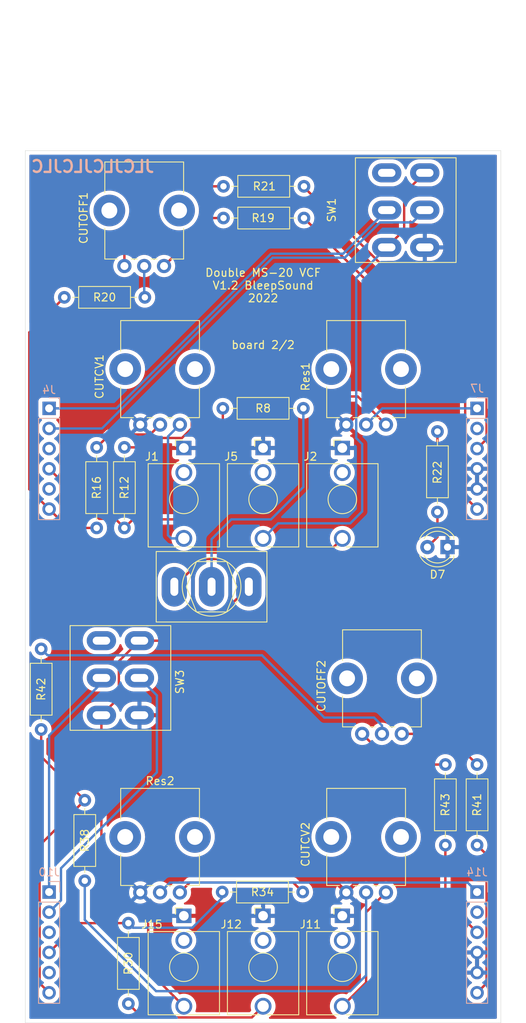
<source format=kicad_pcb>
(kicad_pcb (version 20211014) (generator pcbnew)
  (layers (0 "F.Cu" signal) (31 "B.Cu" signal) (34 "B.Paste" user) (35 "F.Paste" user) (36 "B.SilkS" user "B.Silkscreen") (37 "F.SilkS" user "F.Silkscreen") (38 "B.Mask" user) (39 "F.Mask" user) (44 "Edge.Cuts" user))
  (net 0 "")
  (net 1 "GND")
  (net 2 "+12V")
  (net 3 "-12V")
  (net 4 "/HPass")
  (net 5 "/Out1")
  (net 6 "/Filtre2/HPass")
  (net 7 "/Filtre2/Out1")
  (net 8 "Net-(CUTCV1-Pad2)")
  (net 9 "/CVIn")
  (net 10 "Net-(CUTCV2-Pad2)")
  (net 11 "/Filtre2/CVIn")
  (net 12 "Net-(CUTOFF1-Pad1)")
  (net 13 "Net-(R20-Pad2)")
  (net 14 "Net-(R21-Pad2)")
  (net 15 "Net-(CUTOFF2-Pad1)")
  (net 16 "Net-(CUTOFF2-Pad2)")
  (net 17 "Net-(CUTOFF2-Pad3)")
  (net 18 "/LPass")
  (net 19 "/FilterOut")
  (net 20 "/Cutoff")
  (net 21 "/ResOut")
  (net 22 "/FilterIn")
  (net 23 "/JackOut")
  (net 24 "/Filtre2/LPass")
  (net 25 "/Filtre2/FilterOut")
  (net 26 "/Filtre2/Cutoff")
  (net 27 "/Filtre2/ResOut")
  (net 28 "Filter2In")
  (net 29 "Net-(D7-Pad2)")
  (net 44 "Net-(R12-Pad1)")
  (net 45 "Net-(R34-Pad1)")
  (footprint "Synth:Pot-bourns-alpha" (layer "F.Cu") (at 114.5 71.05 90)
    (fp_text reference "CUTCV1" (at 6.05 -10.15 90) (layer "F.SilkS"))
    (fp_text value "100k")
    (fp_line (start 0.88 -4.129) (end 0.88 -3.37) (layer "F.SilkS") (width 0.12))
    (fp_line (start 0.88 0.87) (end 0.88 2.47) (layer "F.SilkS") (width 0.12))
    (fp_line (start 0.88 -1.629) (end 0.88 -0.87) (layer "F.SilkS") (width 0.12))
    (fp_line (start 13.12 -7.47) (end 13.12 2.47) (layer "F.SilkS") (width 0.12))
    (fp_line (start 9.255 -7.47) (end 13.12 -7.47) (layer "F.SilkS") (width 0.12))
    (fp_line (start 0.88 -7.47) (end 0.88 -5.871) (layer "F.SilkS") (width 0.12))
    (fp_line (start 9.255 2.47) (end 13.12 2.47) (layer "F.SilkS") (width 0.12))
    (fp_line (start 0.88 -7.47) (end 4.745 -7.47) (layer "F.SilkS") (width 0.12))
    (fp_line (start 0.88 2.47) (end 4.745 2.47) (layer "F.SilkS") (width 0.12))
    (pad "" np_thru_hole circle (at 7 1.9 90) (size 4 4) (drill 2) (layers *.Cu *.Mask))
    (pad "" np_thru_hole circle (at 7 -6.9 90) (size 4 4) (drill 2) (layers *.Cu *.Mask))
    (pad "1" thru_hole circle (at 0 0 90) (size 1.8 1.8) (drill 1) (layers *.Cu *.Mask) (net 9 "/CVIn"))
    (pad "2" thru_hole circle (at 0 -2.5 90) (size 1.8 1.8) (drill 1) (layers *.Cu *.Mask) (net 8 "Net-(CUTCV1-Pad2)"))
    (pad "3" thru_hole circle (at 0 -5 90) (size 1.8 1.8) (drill 1) (layers *.Cu *.Mask) (net 1 "GND"))
  )
  (footprint "Synth:Pot-bourns-alpha" (layer "F.Cu") (at 112.5 51.05 90)
    (fp_text reference "CUTOFF1" (at 6.05 -10.15 90) (layer "F.SilkS"))
    (fp_text value "100k")
    (fp_line (start 0.88 0.87) (end 0.88 2.47) (layer "F.SilkS") (width 0.12))
    (fp_line (start 0.88 -4.129) (end 0.88 -3.37) (layer "F.SilkS") (width 0.12))
    (fp_line (start 0.88 -1.629) (end 0.88 -0.87) (layer "F.SilkS") (width 0.12))
    (fp_line (start 0.88 -7.47) (end 4.745 -7.47) (layer "F.SilkS") (width 0.12))
    (fp_line (start 9.255 -7.47) (end 13.12 -7.47) (layer "F.SilkS") (width 0.12))
    (fp_line (start 0.88 -7.47) (end 0.88 -5.871) (layer "F.SilkS") (width 0.12))
    (fp_line (start 9.255 2.47) (end 13.12 2.47) (layer "F.SilkS") (width 0.12))
    (fp_line (start 13.12 -7.47) (end 13.12 2.47) (layer "F.SilkS") (width 0.12))
    (fp_line (start 0.88 2.47) (end 4.745 2.47) (layer "F.SilkS") (width 0.12))
    (pad "" np_thru_hole circle (at 7 1.9 90) (size 4 4) (drill 2) (layers *.Cu *.Mask))
    (pad "" np_thru_hole circle (at 7 -6.9 90) (size 4 4) (drill 2) (layers *.Cu *.Mask))
    (pad "1" thru_hole circle (at 0 0 90) (size 1.8 1.8) (drill 1) (layers *.Cu *.Mask) (net 12 "Net-(CUTOFF1-Pad1)"))
    (pad "2" thru_hole circle (at 0 -2.5 90) (size 1.8 1.8) (drill 1) (layers *.Cu *.Mask) (net 13 "Net-(R20-Pad2)"))
    (pad "3" thru_hole circle (at 0 -5 90) (size 1.8 1.8) (drill 1) (layers *.Cu *.Mask) (net 14 "Net-(R21-Pad2)"))
  )
  (footprint "LED_THT:LED_D4.0mm" (layer "F.Cu") (at 148.275 86.5 180)
    (fp_text reference "D7" (at 1.27 -3.46) (layer "F.SilkS"))
    (fp_text value "LED-12V")
    (fp_line (start -0.79 1.08) (end -0.79 1.399) (layer "F.SilkS") (width 0.12))
    (fp_line (start -0.79 -1.399) (end -0.79 -1.08) (layer "F.SilkS") (width 0.12))
    (fp_arc (start -0.79 -1.398749) (mid 1.453519 -2.483228) (end 3.513242 -1.080724) (layer "F.SilkS") (width 0.12))
    (fp_arc (start 2.952713 1.080961) (mid 1.269429 2) (end -0.41333 1.08) (layer "F.SilkS") (width 0.12))
    (fp_arc (start 3.513242 1.080724) (mid 1.453519 2.483228) (end -0.79 1.398749) (layer "F.SilkS") (width 0.12))
    (fp_arc (start -0.41333 -1.08) (mid 1.269429 -2) (end 2.952713 -1.080961) (layer "F.SilkS") (width 0.12))
    (pad "1" thru_hole rect (at 0 0 180) (size 1.8 1.8) (drill 0.9) (layers *.Cu *.Mask) (net 1 "GND"))
    (pad "2" thru_hole circle (at 2.54 0 180) (size 1.8 1.8) (drill 0.9) (layers *.Cu *.Mask) (net 29 "Net-(D7-Pad2)"))
  )
  (footprint "Synth:Thonkiconn" (layer "F.Cu") (at 115 74)
    (fp_text reference "J1" (at -4.03 1.08 180) (layer "F.SilkS"))
    (fp_text value "FilterCV1")
    (fp_line (start 4.5 12.48) (end 0.5 12.48) (layer "F.SilkS") (width 0.12))
    (fp_line (start -0.5 12.48) (end -4.5 12.48) (layer "F.SilkS") (width 0.12))
    (fp_line (start -0.35 1.98) (end -4.5 1.98) (layer "F.SilkS") (width 0.12))
    (fp_line (start -4.5 1.98) (end -4.5 12.48) (layer "F.SilkS") (width 0.12))
    (fp_line (start 4.5 1.98) (end 4.5 12.48) (layer "F.SilkS") (width 0.12))
    (fp_line (start 4.5 1.98) (end 0.35 1.98) (layer "F.SilkS") (width 0.12))
    (fp_line (start -1.06 -1) (end -1.06 -0.2) (layer "F.SilkS") (width 0.12))
    (fp_line (start -1.06 -1) (end -0.2 -1) (layer "F.SilkS") (width 0.12))
    (fp_circle (center 0 6.48) (end 1.8 6.48) (layer "F.SilkS") (width 0.12) (fill none))
    (pad "S" thru_hole rect (at 0 0 180) (size 1.93 1.83) (drill 1.22) (layers *.Cu *.Mask) (net 1 "GND"))
    (pad "T" thru_hole circle (at 0 11.4 180) (size 2.13 2.13) (drill 1.43) (layers *.Cu *.Mask) (net 9 "/CVIn"))
    (pad "TN" thru_hole circle (at 0 3.1 180) (size 2.13 2.13) (drill 1.42) (layers *.Cu *.Mask))
  )
  (footprint "Synth:Thonkiconn" (layer "F.Cu") (at 125 74)
    (fp_text reference "J5" (at -4.03 1.08 180) (layer "F.SilkS"))
    (fp_text value "FilterIn1")
    (fp_line (start -0.5 12.48) (end -4.5 12.48) (layer "F.SilkS") (width 0.12))
    (fp_line (start -1.06 -1) (end -1.06 -0.2) (layer "F.SilkS") (width 0.12))
    (fp_line (start -4.5 1.98) (end -4.5 12.48) (layer "F.SilkS") (width 0.12))
    (fp_line (start -1.06 -1) (end -0.2 -1) (layer "F.SilkS") (width 0.12))
    (fp_line (start 4.5 1.98) (end 4.5 12.48) (layer "F.SilkS") (width 0.12))
    (fp_line (start 4.5 1.98) (end 0.35 1.98) (layer "F.SilkS") (width 0.12))
    (fp_line (start -0.35 1.98) (end -4.5 1.98) (layer "F.SilkS") (width 0.12))
    (fp_line (start 4.5 12.48) (end 0.5 12.48) (layer "F.SilkS") (width 0.12))
    (fp_circle (center 0 6.48) (end 1.8 6.48) (layer "F.SilkS") (width 0.12) (fill none))
    (pad "S" thru_hole rect (at 0 0 180) (size 1.93 1.83) (drill 1.22) (layers *.Cu *.Mask) (net 1 "GND"))
    (pad "T" thru_hole circle (at 0 11.4 180) (size 2.13 2.13) (drill 1.43) (layers *.Cu *.Mask) (net 22 "/FilterIn"))
    (pad "TN" thru_hole circle (at 0 3.1 180) (size 2.13 2.13) (drill 1.42) (layers *.Cu *.Mask))
  )
  (footprint "Synth:Thonkiconn" (layer "F.Cu") (at 135 74)
    (fp_text reference "J2" (at -4.03 1.08 180) (layer "F.SilkS"))
    (fp_text value "FilterOut1")
    (fp_line (start -4.5 1.98) (end -4.5 12.48) (layer "F.SilkS") (width 0.12))
    (fp_line (start -0.35 1.98) (end -4.5 1.98) (layer "F.SilkS") (width 0.12))
    (fp_line (start 4.5 12.48) (end 0.5 12.48) (layer "F.SilkS") (width 0.12))
    (fp_line (start 4.5 1.98) (end 0.35 1.98) (layer "F.SilkS") (width 0.12))
    (fp_line (start -1.06 -1) (end -0.2 -1) (layer "F.SilkS") (width 0.12))
    (fp_line (start -0.5 12.48) (end -4.5 12.48) (layer "F.SilkS") (width 0.12))
    (fp_line (start -1.06 -1) (end -1.06 -0.2) (layer "F.SilkS") (width 0.12))
    (fp_line (start 4.5 1.98) (end 4.5 12.48) (layer "F.SilkS") (width 0.12))
    (fp_circle (center 0 6.48) (end 1.8 6.48) (layer "F.SilkS") (width 0.12) (fill none))
    (pad "S" thru_hole rect (at 0 0 180) (size 1.93 1.83) (drill 1.22) (layers *.Cu *.Mask) (net 1 "GND"))
    (pad "T" thru_hole circle (at 0 11.4 180) (size 2.13 2.13) (drill 1.43) (layers *.Cu *.Mask) (net 23 "/JackOut"))
    (pad "TN" thru_hole circle (at 0 3.1 180) (size 2.13 2.13) (drill 1.42) (layers *.Cu *.Mask))
  )
  (footprint "Resistor_THT:R_Axial_DIN0207_L6.3mm_D2.5mm_P10.16mm_Horizontal" (layer "F.Cu") (at 104 84.08 90)
    (fp_text reference "R16" (at 5.08 0 90) (layer "F.SilkS"))
    (fp_text value "82k")
    (fp_line (start 1.81 -1.37) (end 1.81 1.37) (layer "F.SilkS") (width 0.12))
    (fp_line (start 1.81 1.37) (end 8.35 1.37) (layer "F.SilkS") (width 0.12))
    (fp_line (start 1.04 0) (end 1.81 0) (layer "F.SilkS") (width 0.12))
    (fp_line (start 8.35 -1.37) (end 1.81 -1.37) (layer "F.SilkS") (width 0.12))
    (fp_line (start 9.12 0) (end 8.35 0) (layer "F.SilkS") (width 0.12))
    (fp_line (start 8.35 1.37) (end 8.35 -1.37) (layer "F.SilkS") (width 0.12))
    (pad "1" thru_hole circle (at 0 0 90) (size 1.6 1.6) (drill 0.8) (layers *.Cu *.Mask) (net 20 "/Cutoff"))
    (pad "2" thru_hole oval (at 10.16 0 90) (size 1.6 1.6) (drill 0.8) (layers *.Cu *.Mask) (net 8 "Net-(CUTCV1-Pad2)"))
  )
  (footprint "Resistor_THT:R_Axial_DIN0207_L6.3mm_D2.5mm_P10.16mm_Horizontal" (layer "F.Cu") (at 99.92 55)
    (fp_text reference "R20" (at 5.08 0) (layer "F.SilkS"))
    (fp_text value "100k")
    (fp_line (start 8.35 1.37) (end 8.35 -1.37) (layer "F.SilkS") (width 0.12))
    (fp_line (start 8.35 -1.37) (end 1.81 -1.37) (layer "F.SilkS") (width 0.12))
    (fp_line (start 1.81 1.37) (end 8.35 1.37) (layer "F.SilkS") (width 0.12))
    (fp_line (start 1.81 -1.37) (end 1.81 1.37) (layer "F.SilkS") (width 0.12))
    (fp_line (start 1.04 0) (end 1.81 0) (layer "F.SilkS") (width 0.12))
    (fp_line (start 9.12 0) (end 8.35 0) (layer "F.SilkS") (width 0.12))
    (pad "1" thru_hole circle (at 0 0) (size 1.6 1.6) (drill 0.8) (layers *.Cu *.Mask) (net 20 "/Cutoff"))
    (pad "2" thru_hole oval (at 10.16 0) (size 1.6 1.6) (drill 0.8) (layers *.Cu *.Mask) (net 13 "Net-(R20-Pad2)"))
  )
  (footprint "Resistor_THT:R_Axial_DIN0207_L6.3mm_D2.5mm_P10.16mm_Horizontal" (layer "F.Cu") (at 120 45)
    (fp_text reference "R19" (at 5 0) (layer "F.SilkS"))
    (fp_text value "33k")
    (fp_line (start 1.81 -1.37) (end 1.81 1.37) (layer "F.SilkS") (width 0.12))
    (fp_line (start 1.81 1.37) (end 8.35 1.37) (layer "F.SilkS") (width 0.12))
    (fp_line (start 1.04 0) (end 1.81 0) (layer "F.SilkS") (width 0.12))
    (fp_line (start 9.12 0) (end 8.35 0) (layer "F.SilkS") (width 0.12))
    (fp_line (start 8.35 -1.37) (end 1.81 -1.37) (layer "F.SilkS") (width 0.12))
    (fp_line (start 8.35 1.37) (end 8.35 -1.37) (layer "F.SilkS") (width 0.12))
    (pad "1" thru_hole circle (at 0 0) (size 1.6 1.6) (drill 0.8) (layers *.Cu *.Mask) (net 12 "Net-(CUTOFF1-Pad1)"))
    (pad "2" thru_hole oval (at 10.16 0) (size 1.6 1.6) (drill 0.8) (layers *.Cu *.Mask) (net 2 "+12V"))
  )
  (footprint "Resistor_THT:R_Axial_DIN0207_L6.3mm_D2.5mm_P10.16mm_Horizontal" (layer "F.Cu") (at 130.16 41 180)
    (fp_text reference "R21" (at 5 0) (layer "F.SilkS"))
    (fp_text value "56k")
    (fp_line (start 9.12 0) (end 8.35 0) (layer "F.SilkS") (width 0.12))
    (fp_line (start 1.81 1.37) (end 8.35 1.37) (layer "F.SilkS") (width 0.12))
    (fp_line (start 1.04 0) (end 1.81 0) (layer "F.SilkS") (width 0.12))
    (fp_line (start 8.35 1.37) (end 8.35 -1.37) (layer "F.SilkS") (width 0.12))
    (fp_line (start 1.81 -1.37) (end 1.81 1.37) (layer "F.SilkS") (width 0.12))
    (fp_line (start 8.35 -1.37) (end 1.81 -1.37) (layer "F.SilkS") (width 0.12))
    (pad "1" thru_hole circle (at 0 0 180) (size 1.6 1.6) (drill 0.8) (layers *.Cu *.Mask) (net 3 "-12V"))
    (pad "2" thru_hole oval (at 10.16 0 180) (size 1.6 1.6) (drill 0.8) (layers *.Cu *.Mask) (net 14 "Net-(R21-Pad2)"))
  )
  (footprint "Resistor_THT:R_Axial_DIN0207_L6.3mm_D2.5mm_P10.16mm_Horizontal" (layer "F.Cu") (at 107.5 73.92 -90)
    (fp_text reference "R12" (at 5.08 0 90) (layer "F.SilkS"))
    (fp_text value "1k")
    (fp_line (start 1.81 1.37) (end 8.35 1.37) (layer "F.SilkS") (width 0.12))
    (fp_line (start 1.04 0) (end 1.81 0) (layer "F.SilkS") (width 0.12))
    (fp_line (start 1.81 -1.37) (end 1.81 1.37) (layer "F.SilkS") (width 0.12))
    (fp_line (start 8.35 -1.37) (end 1.81 -1.37) (layer "F.SilkS") (width 0.12))
    (fp_line (start 8.35 1.37) (end 8.35 -1.37) (layer "F.SilkS") (width 0.12))
    (fp_line (start 9.12 0) (end 8.35 0) (layer "F.SilkS") (width 0.12))
    (pad "1" thru_hole circle (at 0 0 270) (size 1.6 1.6) (drill 0.8) (layers *.Cu *.Mask) (net 44 "Net-(R12-Pad1)"))
    (pad "2" thru_hole oval (at 10.16 0 270) (size 1.6 1.6) (drill 0.8) (layers *.Cu *.Mask) (net 5 "/Out1"))
  )
  (footprint "Resistor_THT:R_Axial_DIN0207_L6.3mm_D2.5mm_P10.16mm_Horizontal" (layer "F.Cu") (at 130.08 69 180)
    (fp_text reference "R8" (at 5.08 0) (layer "F.SilkS"))
    (fp_text value "1k")
    (fp_line (start 9.12 0) (end 8.35 0) (layer "F.SilkS") (width 0.12))
    (fp_line (start 1.81 -1.37) (end 1.81 1.37) (layer "F.SilkS") (width 0.12))
    (fp_line (start 1.81 1.37) (end 8.35 1.37) (layer "F.SilkS") (width 0.12))
    (fp_line (start 8.35 1.37) (end 8.35 -1.37) (layer "F.SilkS") (width 0.12))
    (fp_line (start 1.04 0) (end 1.81 0) (layer "F.SilkS") (width 0.12))
    (fp_line (start 8.35 -1.37) (end 1.81 -1.37) (layer "F.SilkS") (width 0.12))
    (pad "1" thru_hole circle (at 0 0 180) (size 1.6 1.6) (drill 0.8) (layers *.Cu *.Mask) (net 19 "/FilterOut"))
    (pad "2" thru_hole oval (at 10.16 0 180) (size 1.6 1.6) (drill 0.8) (layers *.Cu *.Mask) (net 5 "/Out1"))
  )
  (footprint "Resistor_THT:R_Axial_DIN0207_L6.3mm_D2.5mm_P10.16mm_Horizontal" (layer "F.Cu") (at 130 130 180)
    (fp_text reference "R34" (at 5.08 0) (layer "F.SilkS"))
    (fp_text value "1k")
    (fp_line (start 8.35 1.37) (end 8.35 -1.37) (layer "F.SilkS") (width 0.12))
    (fp_line (start 8.35 -1.37) (end 1.81 -1.37) (layer "F.SilkS") (width 0.12))
    (fp_line (start 9.12 0) (end 8.35 0) (layer "F.SilkS") (width 0.12))
    (fp_line (start 1.04 0) (end 1.81 0) (layer "F.SilkS") (width 0.12))
    (fp_line (start 1.81 1.37) (end 8.35 1.37) (layer "F.SilkS") (width 0.12))
    (fp_line (start 1.81 -1.37) (end 1.81 1.37) (layer "F.SilkS") (width 0.12))
    (pad "1" thru_hole circle (at 0 0 180) (size 1.6 1.6) (drill 0.8) (layers *.Cu *.Mask) (net 45 "Net-(R34-Pad1)"))
    (pad "2" thru_hole oval (at 10.16 0 180) (size 1.6 1.6) (drill 0.8) (layers *.Cu *.Mask) (net 7 "/Filtre2/Out1"))
  )
  (footprint "Resistor_THT:R_Axial_DIN0207_L6.3mm_D2.5mm_P10.16mm_Horizontal" (layer "F.Cu") (at 108 144.08 90)
    (fp_text reference "R30" (at 5.08 0 90) (layer "F.SilkS"))
    (fp_text value "1k")
    (fp_line (start 1.81 1.37) (end 8.35 1.37) (layer "F.SilkS") (width 0.12))
    (fp_line (start 8.35 -1.37) (end 1.81 -1.37) (layer "F.SilkS") (width 0.12))
    (fp_line (start 8.35 1.37) (end 8.35 -1.37) (layer "F.SilkS") (width 0.12))
    (fp_line (start 1.04 0) (end 1.81 0) (layer "F.SilkS") (width 0.12))
    (fp_line (start 1.81 -1.37) (end 1.81 1.37) (layer "F.SilkS") (width 0.12))
    (fp_line (start 9.12 0) (end 8.35 0) (layer "F.SilkS") (width 0.12))
    (pad "1" thru_hole circle (at 0 0 90) (size 1.6 1.6) (drill 0.8) (layers *.Cu *.Mask) (net 25 "/Filtre2/FilterOut"))
    (pad "2" thru_hole oval (at 10.16 0 90) (size 1.6 1.6) (drill 0.8) (layers *.Cu *.Mask) (net 7 "/Filtre2/Out1"))
  )
  (footprint "Synth:Pot-bourns-alpha" (layer "F.Cu") (at 140.5 71.05 90)
    (fp_text reference "Res1" (at 6.05 -10.15 90) (layer "F.SilkS"))
    (fp_text value "100k")
    (fp_line (start 0.88 -4.129) (end 0.88 -3.37) (layer "F.SilkS") (width 0.12))
    (fp_line (start 0.88 -1.629) (end 0.88 -0.87) (layer "F.SilkS") (width 0.12))
    (fp_line (start 0.88 2.47) (end 4.745 2.47) (layer "F.SilkS") (width 0.12))
    (fp_line (start 13.12 -7.47) (end 13.12 2.47) (layer "F.SilkS") (width 0.12))
    (fp_line (start 9.255 2.47) (end 13.12 2.47) (layer "F.SilkS") (width 0.12))
    (fp_line (start 0.88 -7.47) (end 0.88 -5.871) (layer "F.SilkS") (width 0.12))
    (fp_line (start 0.88 0.87) (end 0.88 2.47) (layer "F.SilkS") (width 0.12))
    (fp_line (start 9.255 -7.47) (end 13.12 -7.47) (layer "F.SilkS") (width 0.12))
    (fp_line (start 0.88 -7.47) (end 4.745 -7.47) (layer "F.SilkS") (width 0.12))
    (pad "" np_thru_hole circle (at 7 1.9 90) (size 4 4) (drill 2) (layers *.Cu *.Mask))
    (pad "" np_thru_hole circle (at 7 -6.9 90) (size 4 4) (drill 2) (layers *.Cu *.Mask))
    (pad "1" thru_hole circle (at 0 0 90) (size 1.8 1.8) (drill 1) (layers *.Cu *.Mask) (net 44 "Net-(R12-Pad1)"))
    (pad "2" thru_hole circle (at 0 -2.5 90) (size 1.8 1.8) (drill 1) (layers *.Cu *.Mask) (net 21 "/ResOut"))
    (pad "3" thru_hole circle (at 0 -5 90) (size 1.8 1.8) (drill 1) (layers *.Cu *.Mask) (net 1 "GND"))
  )
  (footprint "Synth:SW_DPDT_Toggle" (layer "F.Cu") (at 143 44 90)
    (fp_text reference "SW1" (at 0 -9.35 90) (layer "F.SilkS"))
    (fp_text value "Hpass/Lpass Switch")
    (fp_line (start 6.6 -6.35) (end 6.6 3.35) (layer "F.SilkS") (width 0.12))
    (fp_line (start -6.6 6.35) (end -6.6 3.35) (layer "F.SilkS") (width 0.12))
    (fp_line (start 0 -6.35) (end 6.6 -6.35) (layer "F.SilkS") (width 0.12))
    (fp_line (start -6 -6.35) (end -6.4 -6.35) (layer "F.SilkS") (width 0.12))
    (fp_line (start -6.4 -6.35) (end -6.6 -6.35) (layer "F.SilkS") (width 0.12))
    (fp_line (start 0 -6.35) (end -6 -6.35) (layer "F.SilkS") (width 0.12))
    (fp_line (start 6.6 6.35) (end -6.6 6.35) (layer "F.SilkS") (width 0.12))
    (fp_line (start 6.6 6.35) (end 6.6 3.35) (layer "F.SilkS") (width 0.12))
    (fp_line (start -6.6 3.35) (end -6.6 -6.35) (layer "F.SilkS") (width 0.12))
    (pad "1" thru_hole oval (at 4.7 -2.4 180) (size 3.7 2.4) (drill oval 2.2 1) (layers *.Cu *.Mask))
    (pad "2" thru_hole oval (at 0 -2.4 180) (size 3.7 2.4) (drill oval 2.2 1) (layers *.Cu *.Mask) (net 18 "/LPass"))
    (pad "3" thru_hole oval (at -4.7 -2.4 180) (size 3.7 2.4) (drill oval 2.2 1) (layers *.Cu *.Mask) (net 22 "/FilterIn"))
    (pad "4" thru_hole oval (at 4.7 2.4 180) (size 3.7 2.4) (drill oval 2.2 1) (layers *.Cu *.Mask) (net 22 "/FilterIn"))
    (pad "5" thru_hole oval (at 0 2.4 180) (size 3.7 2.4) (drill oval 2.2 1) (layers *.Cu *.Mask) (net 4 "/HPass"))
    (pad "6" thru_hole oval (at -4.7 2.4 180) (size 3.7 2.4) (drill oval 2.2 1) (layers *.Cu *.Mask) (net 1 "GND"))
  )
  (footprint "Synth:SW_Toggle_Blue_wSlots" (layer "F.Cu") (at 118.5 91.5)
    (fp_text reference "SW2" hide)
    (fp_text value "Bandpass")
    (fp_line (start 6.985 -4.445) (end 6.985 4.445) (layer "F.SilkS") (width 0.12))
    (fp_line (start -1.905 -3.175) (end 1.905 -3.175) (layer "F.SilkS") (width 0.12))
    (fp_line (start 1.905 -3.175) (end 3.175 0) (layer "F.SilkS") (width 0.12))
    (fp_line (start -3.175 0) (end -1.905 -3.175) (layer "F.SilkS") (width 0.12))
    (fp_line (start 3.175 0) (end 1.905 3.175) (layer "F.SilkS") (width 0.12))
    (fp_line (start 6.985 4.445) (end -6.985 4.445) (layer "F.SilkS") (width 0.12))
    (fp_line (start -6.985 -4.445) (end 6.985 -4.445) (layer "F.SilkS") (width 0.12))
    (fp_line (start -6.985 4.445) (end -6.985 -4.445) (layer "F.SilkS") (width 0.12))
    (fp_line (start 1.905 3.175) (end -1.905 3.175) (layer "F.SilkS") (width 0.12))
    (fp_line (start -1.905 3.175) (end -3.175 0) (layer "F.SilkS") (width 0.12))
    (fp_circle (center 0 0) (end 1.905 3.175) (layer "F.SilkS") (width 0.12) (fill none))
    (pad "1" thru_hole oval (at -4.7 0) (size 3.2 5) (drill oval 1 2.3) (layers *.Cu *.Mask) (net 23 "/JackOut"))
    (pad "2" thru_hole oval (at 0 0) (size 3.2 5) (drill oval 1 2.3) (layers *.Cu *.Mask) (net 19 "/FilterOut"))
    (pad "3" thru_hole oval (at 4.7 0) (size 3.2 5) (drill oval 1 2.3) (layers *.Cu *.Mask) (net 28 "Filter2In"))
  )
  (footprint "Synth:Thonkiconn" (layer "F.Cu") (at 135 133)
    (fp_text reference "J11" (at -4.03 1.08 180) (layer "F.SilkS"))
    (fp_text value "FilterCV2")
    (fp_line (start 4.5 1.98) (end 0.35 1.98) (layer "F.SilkS") (width 0.12))
    (fp_line (start -1.06 -1) (end -1.06 -0.2) (layer "F.SilkS") (width 0.12))
    (fp_line (start -1.06 -1) (end -0.2 -1) (layer "F.SilkS") (width 0.12))
    (fp_line (start -0.35 1.98) (end -4.5 1.98) (layer "F.SilkS") (width 0.12))
    (fp_line (start -4.5 1.98) (end -4.5 12.48) (layer "F.SilkS") (width 0.12))
    (fp_line (start -0.5 12.48) (end -4.5 12.48) (layer "F.SilkS") (width 0.12))
    (fp_line (start 4.5 1.98) (end 4.5 12.48) (layer "F.SilkS") (width 0.12))
    (fp_line (start 4.5 12.48) (end 0.5 12.48) (layer "F.SilkS") (width 0.12))
    (fp_circle (center 0 6.48) (end 1.8 6.48) (layer "F.SilkS") (width 0.12) (fill none))
    (pad "S" thru_hole rect (at 0 0 180) (size 1.93 1.83) (drill 1.22) (layers *.Cu *.Mask) (net 1 "GND"))
    (pad "T" thru_hole circle (at 0 11.4 180) (size 2.13 2.13) (drill 1.43) (layers *.Cu *.Mask) (net 11 "/Filtre2/CVIn"))
    (pad "TN" thru_hole circle (at 0 3.1 180) (size 2.13 2.13) (drill 1.42) (layers *.Cu *.Mask))
  )
  (footprint "Synth:Thonkiconn" (layer "F.Cu") (at 115 133)
    (fp_text reference "J15" (at -4.03 1.08 180) (layer "F.SilkS"))
    (fp_text value "FilterIn2")
    (fp_line (start 4.5 1.98) (end 4.5 12.48) (layer "F.SilkS") (width 0.12))
    (fp_line (start -4.5 1.98) (end -4.5 12.48) (layer "F.SilkS") (width 0.12))
    (fp_line (start -0.35 1.98) (end -4.5 1.98) (layer "F.SilkS") (width 0.12))
    (fp_line (start 4.5 1.98) (end 0.35 1.98) (layer "F.SilkS") (width 0.12))
    (fp_line (start -1.06 -1) (end -1.06 -0.2) (layer "F.SilkS") (width 0.12))
    (fp_line (start -0.5 12.48) (end -4.5 12.48) (layer "F.SilkS") (width 0.12))
    (fp_line (start 4.5 12.48) (end 0.5 12.48) (layer "F.SilkS") (width 0.12))
    (fp_line (start -1.06 -1) (end -0.2 -1) (layer "F.SilkS") (width 0.12))
    (fp_circle (center 0 6.48) (end 1.8 6.48) (layer "F.SilkS") (width 0.12) (fill none))
    (pad "S" thru_hole rect (at 0 0 180) (size 1.93 1.83) (drill 1.22) (layers *.Cu *.Mask) (net 1 "GND"))
    (pad "T" thru_hole circle (at 0 11.4 180) (size 2.13 2.13) (drill 1.43) (layers *.Cu *.Mask) (net 28 "Filter2In"))
    (pad "TN" thru_hole circle (at 0 3.1 180) (size 2.13 2.13) (drill 1.42) (layers *.Cu *.Mask))
  )
  (footprint "Synth:Thonkiconn" (layer "F.Cu") (at 125 133)
    (fp_text reference "J12" (at -4.03 1.08 180) (layer "F.SilkS"))
    (fp_text value "FilterOut2")
    (fp_line (start -1.06 -1) (end -1.06 -0.2) (layer "F.SilkS") (width 0.12))
    (fp_line (start -0.5 12.48) (end -4.5 12.48) (layer "F.SilkS") (width 0.12))
    (fp_line (start -1.06 -1) (end -0.2 -1) (layer "F.SilkS") (width 0.12))
    (fp_line (start -0.35 1.98) (end -4.5 1.98) (layer "F.SilkS") (width 0.12))
    (fp_line (start 4.5 12.48) (end 0.5 12.48) (layer "F.SilkS") (width 0.12))
    (fp_line (start 4.5 1.98) (end 4.5 12.48) (layer "F.SilkS") (width 0.12))
    (fp_line (start 4.5 1.98) (end 0.35 1.98) (layer "F.SilkS") (width 0.12))
    (fp_line (start -4.5 1.98) (end -4.5 12.48) (layer "F.SilkS") (width 0.12))
    (fp_circle (center 0 6.48) (end 1.8 6.48) (layer "F.SilkS") (width 0.12) (fill none))
    (pad "S" thru_hole rect (at 0 0 180) (size 1.93 1.83) (drill 1.22) (layers *.Cu *.Mask) (net 1 "GND"))
    (pad "T" thru_hole circle (at 0 11.4 180) (size 2.13 2.13) (drill 1.43) (layers *.Cu *.Mask) (net 25 "/Filtre2/FilterOut"))
    (pad "TN" thru_hole circle (at 0 3.1 180) (size 2.13 2.13) (drill 1.42) (layers *.Cu *.Mask))
  )
  (footprint "Resistor_THT:R_Axial_DIN0207_L6.3mm_D2.5mm_P10.16mm_Horizontal" (layer "F.Cu") (at 147 71.92 -90)
    (fp_text reference "R22" (at 5.16 0 -270) (layer "F.SilkS"))
    (fp_text value "2.2k")
    (fp_line (start 8.35 1.37) (end 8.35 -1.37) (layer "F.SilkS") (width 0.12))
    (fp_line (start 1.04 0) (end 1.81 0) (layer "F.SilkS") (width 0.12))
    (fp_line (start 8.35 -1.37) (end 1.81 -1.37) (layer "F.SilkS") (width 0.12))
    (fp_line (start 1.81 -1.37) (end 1.81 1.37) (layer "F.SilkS") (width 0.12))
    (fp_line (start 9.12 0) (end 8.35 0) (layer "F.SilkS") (width 0.12))
    (fp_line (start 1.81 1.37) (end 8.35 1.37) (layer "F.SilkS") (width 0.12))
    (pad "1" thru_hole circle (at 0 0 270) (size 1.6 1.6) (drill 0.8) (layers *.Cu *.Mask) (net 2 "+12V"))
    (pad "2" thru_hole oval (at 10.16 0 270) (size 1.6 1.6) (drill 0.8) (layers *.Cu *.Mask) (net 29 "Net-(D7-Pad2)"))
  )
  (footprint "Resistor_THT:R_Axial_DIN0207_L6.3mm_D2.5mm_P10.16mm_Horizontal" (layer "F.Cu") (at 97 109.5 90)
    (fp_text reference "R42" (at 5.08 0 90) (layer "F.SilkS"))
    (fp_text value "100k")
    (fp_line (start 8.35 -1.37) (end 1.81 -1.37) (layer "F.SilkS") (width 0.12))
    (fp_line (start 8.35 1.37) (end 8.35 -1.37) (layer "F.SilkS") (width 0.12))
    (fp_line (start 1.81 1.37) (end 8.35 1.37) (layer "F.SilkS") (width 0.12))
    (fp_line (start 1.81 -1.37) (end 1.81 1.37) (layer "F.SilkS") (width 0.12))
    (fp_line (start 9.12 0) (end 8.35 0) (layer "F.SilkS") (width 0.12))
    (fp_line (start 1.04 0) (end 1.81 0) (layer "F.SilkS") (width 0.12))
    (pad "1" thru_hole circle (at 0 0 90) (size 1.6 1.6) (drill 0.8) (layers *.Cu *.Mask) (net 26 "/Filtre2/Cutoff"))
    (pad "2" thru_hole oval (at 10.16 0 90) (size 1.6 1.6) (drill 0.8) (layers *.Cu *.Mask) (net 16 "Net-(CUTOFF2-Pad2)"))
  )
  (footprint "Resistor_THT:R_Axial_DIN0207_L6.3mm_D2.5mm_P10.16mm_Horizontal" (layer "F.Cu") (at 148 124.08 90)
    (fp_text reference "R43" (at 5.08 0 90) (layer "F.SilkS"))
    (fp_text value "56k")
    (fp_line (start 8.35 -1.37) (end 1.81 -1.37) (layer "F.SilkS") (width 0.12))
    (fp_line (start 1.81 1.37) (end 8.35 1.37) (layer "F.SilkS") (width 0.12))
    (fp_line (start 1.81 -1.37) (end 1.81 1.37) (layer "F.SilkS") (width 0.12))
    (fp_line (start 8.35 1.37) (end 8.35 -1.37) (layer "F.SilkS") (width 0.12))
    (fp_line (start 9.12 0) (end 8.35 0) (layer "F.SilkS") (width 0.12))
    (fp_line (start 1.04 0) (end 1.81 0) (layer "F.SilkS") (width 0.12))
    (pad "1" thru_hole circle (at 0 0 90) (size 1.6 1.6) (drill 0.8) (layers *.Cu *.Mask) (net 3 "-12V"))
    (pad "2" thru_hole oval (at 10.16 0 90) (size 1.6 1.6) (drill 0.8) (layers *.Cu *.Mask) (net 17 "Net-(CUTOFF2-Pad3)"))
  )
  (footprint "Resistor_THT:R_Axial_DIN0207_L6.3mm_D2.5mm_P10.16mm_Horizontal" (layer "F.Cu") (at 152 113.92 -90)
    (fp_text reference "R41" (at 5.08 0 90) (layer "F.SilkS"))
    (fp_text value "33k")
    (fp_line (start 9.12 0) (end 8.35 0) (layer "F.SilkS") (width 0.12))
    (fp_line (start 1.81 1.37) (end 8.35 1.37) (layer "F.SilkS") (width 0.12))
    (fp_line (start 1.04 0) (end 1.81 0) (layer "F.SilkS") (width 0.12))
    (fp_line (start 8.35 -1.37) (end 1.81 -1.37) (layer "F.SilkS") (width 0.12))
    (fp_line (start 1.81 -1.37) (end 1.81 1.37) (layer "F.SilkS") (width 0.12))
    (fp_line (start 8.35 1.37) (end 8.35 -1.37) (layer "F.SilkS") (width 0.12))
    (pad "1" thru_hole circle (at 0 0 270) (size 1.6 1.6) (drill 0.8) (layers *.Cu *.Mask) (net 15 "Net-(CUTOFF2-Pad1)"))
    (pad "2" thru_hole oval (at 10.16 0 270) (size 1.6 1.6) (drill 0.8) (layers *.Cu *.Mask) (net 2 "+12V"))
  )
  (footprint "Resistor_THT:R_Axial_DIN0207_L6.3mm_D2.5mm_P10.16mm_Horizontal" (layer "F.Cu") (at 102.5 118.42 -90)
    (fp_text reference "R38" (at 5.08 0 -270) (layer "F.SilkS"))
    (fp_text value "82k")
    (fp_line (start 1.04 0) (end 1.81 0) (layer "F.SilkS") (width 0.12))
    (fp_line (start 1.81 -1.37) (end 1.81 1.37) (layer "F.SilkS") (width 0.12))
    (fp_line (start 8.35 -1.37) (end 1.81 -1.37) (layer "F.SilkS") (width 0.12))
    (fp_line (start 1.81 1.37) (end 8.35 1.37) (layer "F.SilkS") (width 0.12))
    (fp_line (start 9.12 0) (end 8.35 0) (layer "F.SilkS") (width 0.12))
    (fp_line (start 8.35 1.37) (end 8.35 -1.37) (layer "F.SilkS") (width 0.12))
    (pad "1" thru_hole circle (at 0 0 270) (size 1.6 1.6) (drill 0.8) (layers *.Cu *.Mask) (net 26 "/Filtre2/Cutoff"))
    (pad "2" thru_hole oval (at 10.16 0 270) (size 1.6 1.6) (drill 0.8) (layers *.Cu *.Mask) (net 10 "Net-(CUTCV2-Pad2)"))
  )
  (footprint "Synth:SW_DPDT_Toggle" (layer "F.Cu") (at 107 103 90)
    (fp_text reference "SW3" (at -0.5 7.5 90) (layer "F.SilkS"))
    (fp_text value "Hpass/Lpass Switch")
    (fp_line (start 6.6 -6.35) (end 6.6 3.35) (layer "F.SilkS") (width 0.12))
    (fp_line (start -6.6 3.35) (end -6.6 -6.35) (layer "F.SilkS") (width 0.12))
    (fp_line (start -6 -6.35) (end -6.4 -6.35) (layer "F.SilkS") (width 0.12))
    (fp_line (start 6.6 6.35) (end 6.6 3.35) (layer "F.SilkS") (width 0.12))
    (fp_line (start 0 -6.35) (end 6.6 -6.35) (layer "F.SilkS") (width 0.12))
    (fp_line (start 6.6 6.35) (end -6.6 6.35) (layer "F.SilkS") (width 0.12))
    (fp_line (start -6.6 6.35) (end -6.6 3.35) (layer "F.SilkS") (width 0.12))
    (fp_line (start 0 -6.35) (end -6 -6.35) (layer "F.SilkS") (width 0.12))
    (fp_line (start -6.4 -6.35) (end -6.6 -6.35) (layer "F.SilkS") (width 0.12))
    (pad "1" thru_hole oval (at 4.7 -2.4 180) (size 3.7 2.4) (drill oval 2.2 1) (layers *.Cu *.Mask))
    (pad "2" thru_hole oval (at 0 -2.4 180) (size 3.7 2.4) (drill oval 2.2 1) (layers *.Cu *.Mask) (net 24 "/Filtre2/LPass"))
    (pad "3" thru_hole oval (at -4.7 -2.4 180) (size 3.7 2.4) (drill oval 2.2 1) (layers *.Cu *.Mask) (net 28 "Filter2In"))
    (pad "4" thru_hole oval (at 4.7 2.4 180) (size 3.7 2.4) (drill oval 2.2 1) (layers *.Cu *.Mask) (net 28 "Filter2In"))
    (pad "5" thru_hole oval (at 0 2.4 180) (size 3.7 2.4) (drill oval 2.2 1) (layers *.Cu *.Mask) (net 6 "/Filtre2/HPass"))
    (pad "6" thru_hole oval (at -4.7 2.4 180) (size 3.7 2.4) (drill oval 2.2 1) (layers *.Cu *.Mask) (net 1 "GND"))
  )
  (footprint "Synth:Pot-bourns-alpha" (layer "F.Cu") (at 140.5 130.05 90)
    (fp_text reference "CUTCV2" (at 6.05 -10.15 90) (layer "F.SilkS"))
    (fp_text value "100k")
    (fp_line (start 0.88 -4.129) (end 0.88 -3.37) (layer "F.SilkS") (width 0.12))
    (fp_line (start 0.88 -1.629) (end 0.88 -0.87) (layer "F.SilkS") (width 0.12))
    (fp_line (start 13.12 -7.47) (end 13.12 2.47) (layer "F.SilkS") (width 0.12))
    (fp_line (start 9.255 -7.47) (end 13.12 -7.47) (layer "F.SilkS") (width 0.12))
    (fp_line (start 0.88 0.87) (end 0.88 2.47) (layer "F.SilkS") (width 0.12))
    (fp_line (start 0.88 -7.47) (end 0.88 -5.871) (layer "F.SilkS") (width 0.12))
    (fp_line (start 9.255 2.47) (end 13.12 2.47) (layer "F.SilkS") (width 0.12))
    (fp_line (start 0.88 2.47) (end 4.745 2.47) (layer "F.SilkS") (width 0.12))
    (fp_line (start 0.88 -7.47) (end 4.745 -7.47) (layer "F.SilkS") (width 0.12))
    (pad "" np_thru_hole circle (at 7 -6.9 90) (size 4 4) (drill 2) (layers *.Cu *.Mask))
    (pad "" np_thru_hole circle (at 7 1.9 90) (size 4 4) (drill 2) (layers *.Cu *.Mask))
    (pad "1" thru_hole circle (at 0 0 90) (size 1.8 1.8) (drill 1) (layers *.Cu *.Mask) (net 11 "/Filtre2/CVIn"))
    (pad "2" thru_hole circle (at 0 -2.5 90) (size 1.8 1.8) (drill 1) (layers *.Cu *.Mask) (net 10 "Net-(CUTCV2-Pad2)"))
    (pad "3" thru_hole circle (at 0 -5 90) (size 1.8 1.8) (drill 1) (layers *.Cu *.Mask) (net 1 "GND"))
  )
  (footprint "Synth:Pot-bourns-alpha" (layer "F.Cu") (at 114.5 130.05 90)
    (fp_text reference "Res2" (at 14.05 -2.5 180) (layer "F.SilkS"))
    (fp_text value "100k")
    (fp_line (start 9.255 2.47) (end 13.12 2.47) (layer "F.SilkS") (width 0.12))
    (fp_line (start 0.88 -1.629) (end 0.88 -0.87) (layer "F.SilkS") (width 0.12))
    (fp_line (start 0.88 -7.47) (end 4.745 -7.47) (layer "F.SilkS") (width 0.12))
    (fp_line (start 0.88 2.47) (end 4.745 2.47) (layer "F.SilkS") (width 0.12))
    (fp_line (start 0.88 -7.47) (end 0.88 -5.871) (layer "F.SilkS") (width 0.12))
    (fp_line (start 0.88 -4.129) (end 0.88 -3.37) (layer "F.SilkS") (width 0.12))
    (fp_line (start 13.12 -7.47) (end 13.12 2.47) (layer "F.SilkS") (width 0.12))
    (fp_line (start 0.88 0.87) (end 0.88 2.47) (layer "F.SilkS") (width 0.12))
    (fp_line (start 9.255 -7.47) (end 13.12 -7.47) (layer "F.SilkS") (width 0.12))
    (pad "" np_thru_hole circle (at 7 1.9 90) (size 4 4) (drill 2) (layers *.Cu *.Mask))
    (pad "" np_thru_hole circle (at 7 -6.9 90) (size 4 4) (drill 2) (layers *.Cu *.Mask))
    (pad "1" thru_hole circle (at 0 0 90) (size 1.8 1.8) (drill 1) (layers *.Cu *.Mask) (net 45 "Net-(R34-Pad1)"))
    (pad "2" thru_hole circle (at 0 -2.5 90) (size 1.8 1.8) (drill 1) (layers *.Cu *.Mask) (net 27 "/Filtre2/ResOut"))
    (pad "3" thru_hole circle (at 0 -5 90) (size 1.8 1.8) (drill 1) (layers *.Cu *.Mask) (net 1 "GND"))
  )
  (footprint "Synth:Pot-bourns-alpha" (layer "F.Cu") (at 142.5 110.05 90)
    (fp_text reference "CUTOFF2" (at 6.05 -10.15 90) (layer "F.SilkS"))
    (fp_text value "100k")
    (fp_line (start 9.255 2.47) (end 13.12 2.47) (layer "F.SilkS") (width 0.12))
    (fp_line (start 0.88 -1.629) (end 0.88 -0.87) (layer "F.SilkS") (width 0.12))
    (fp_line (start 0.88 2.47) (end 4.745 2.47) (layer "F.SilkS") (width 0.12))
    (fp_line (start 0.88 -4.129) (end 0.88 -3.37) (layer "F.SilkS") (width 0.12))
    (fp_line (start 0.88 -7.47) (end 0.88 -5.871) (layer "F.SilkS") (width 0.12))
    (fp_line (start 0.88 -7.47) (end 4.745 -7.47) (layer "F.SilkS") (width 0.12))
    (fp_line (start 9.255 -7.47) (end 13.12 -7.47) (layer "F.SilkS") (width 0.12))
    (fp_line (start 13.12 -7.47) (end 13.12 2.47) (layer "F.SilkS") (width 0.12))
    (fp_line (start 0.88 0.87) (end 0.88 2.47) (layer "F.SilkS") (width 0.12))
    (pad "" np_thru_hole circle (at 7 -6.9 90) (size 4 4) (drill 2) (layers *.Cu *.Mask))
    (pad "" np_thru_hole circle (at 7 1.9 90) (size 4 4) (drill 2) (layers *.Cu *.Mask))
    (pad "1" thru_hole circle (at 0 0 90) (size 1.8 1.8) (drill 1) (layers *.Cu *.Mask) (net 15 "Net-(CUTOFF2-Pad1)"))
    (pad "2" thru_hole circle (at 0 -2.5 90) (size 1.8 1.8) (drill 1) (layers *.Cu *.Mask) (net 16 "Net-(CUTOFF2-Pad2)"))
    (pad "3" thru_hole circle (at 0 -5 90) (size 1.8 1.8) (drill 1) (layers *.Cu *.Mask) (net 17 "Net-(CUTOFF2-Pad3)"))
  )
  (footprint "Connector_PinHeader_2.54mm:PinHeader_1x06_P2.54mm_Vertical" (layer "B.Cu") (at 98 69 180)
    (fp_text reference "J4" (at 0 2.33) (layer "B.SilkS") (effects (justify mirror)))
    (fp_text value "Conn_JackBoard")
    (fp_line (start -1.33 1.33) (end 0 1.33) (layer "B.SilkS") (width 0.12))
    (fp_line (start -1.33 0) (end -1.33 1.33) (layer "B.SilkS") (width 0.12))
    (fp_line (start -1.33 -14.03) (end 1.33 -14.03) (layer "B.SilkS") (width 0.12))
    (fp_line (start 1.33 -1.27) (end 1.33 -14.03) (layer "B.SilkS") (width 0.12))
    (fp_line (start -1.33 -1.27) (end -1.33 -14.03) (layer "B.SilkS") (width 0.12))
    (fp_line (start -1.33 -1.27) (end 1.33 -1.27) (layer "B.SilkS") (width 0.12))
    (pad "1" thru_hole rect (at 0 0 180) (size 1.7 1.7) (drill 1) (layers *.Cu *.Mask) (net 18 "/LPass"))
    (pad "2" thru_hole oval (at 0 -2.54 180) (size 1.7 1.7) (drill 1) (layers *.Cu *.Mask) (net 4 "/HPass"))
    (pad "3" thru_hole oval (at 0 -5.08 180) (size 1.7 1.7) (drill 1) (layers *.Cu *.Mask))
    (pad "4" thru_hole oval (at 0 -7.62 180) (size 1.7 1.7) (drill 1) (layers *.Cu *.Mask) (net 5 "/Out1"))
    (pad "5" thru_hole oval (at 0 -10.16 180) (size 1.7 1.7) (drill 1) (layers *.Cu *.Mask))
    (pad "6" thru_hole oval (at 0 -12.7 180) (size 1.7 1.7) (drill 1) (layers *.Cu *.Mask) (net 20 "/Cutoff"))
  )
  (footprint "Connector_PinHeader_2.54mm:PinHeader_1x06_P2.54mm_Vertical" (layer "B.Cu") (at 152 69 180)
    (fp_text reference "J7" (at 0 2.5) (layer "B.SilkS") (effects (justify mirror)))
    (fp_text value "Conn_JackBoard")
    (fp_line (start -1.33 -1.27) (end -1.33 -14.03) (layer "B.SilkS") (width 0.12))
    (fp_line (start -1.33 0) (end -1.33 1.33) (layer "B.SilkS") (width 0.12))
    (fp_line (start -1.33 -1.27) (end 1.33 -1.27) (layer "B.SilkS") (width 0.12))
    (fp_line (start -1.33 -14.03) (end 1.33 -14.03) (layer "B.SilkS") (width 0.12))
    (fp_line (start -1.33 1.33) (end 0 1.33) (layer "B.SilkS") (width 0.12))
    (fp_line (start 1.33 -1.27) (end 1.33 -14.03) (layer "B.SilkS") (width 0.12))
    (pad "1" thru_hole rect (at 0 0 180) (size 1.7 1.7) (drill 1) (layers *.Cu *.Mask) (net 21 "/ResOut"))
    (pad "2" thru_hole oval (at 0 -2.54 180) (size 1.7 1.7) (drill 1) (layers *.Cu *.Mask))
    (pad "3" thru_hole oval (at 0 -5.08 180) (size 1.7 1.7) (drill 1) (layers *.Cu *.Mask) (net 3 "-12V"))
    (pad "4" thru_hole oval (at 0 -7.62 180) (size 1.7 1.7) (drill 1) (layers *.Cu *.Mask) (net 1 "GND"))
    (pad "5" thru_hole oval (at 0 -10.16 180) (size 1.7 1.7) (drill 1) (layers *.Cu *.Mask) (net 1 "GND"))
    (pad "6" thru_hole oval (at 0 -12.7 180) (size 1.7 1.7) (drill 1) (layers *.Cu *.Mask) (net 2 "+12V"))
  )
  (footprint "Connector_PinHeader_2.54mm:PinHeader_1x06_P2.54mm_Vertical" (layer "B.Cu") (at 98 130 180)
    (fp_text reference "J10" (at 0 2.5) (layer "B.SilkS") (effects (justify mirror)))
    (fp_text value "Conn_JackBoard")
    (fp_line (start 1.33 -1.27) (end 1.33 -14.03) (layer "B.SilkS") (width 0.12))
    (fp_line (start -1.33 -1.27) (end 1.33 -1.27) (layer "B.SilkS") (width 0.12))
    (fp_line (start -1.33 0) (end -1.33 1.33) (layer "B.SilkS") (width 0.12))
    (fp_line (start -1.33 -14.03) (end 1.33 -14.03) (layer "B.SilkS") (width 0.12))
    (fp_line (start -1.33 -1.27) (end -1.33 -14.03) (layer "B.SilkS") (width 0.12))
    (fp_line (start -1.33 1.33) (end 0 1.33) (layer "B.SilkS") (width 0.12))
    (pad "1" thru_hole rect (at 0 0 180) (size 1.7 1.7) (drill 1) (layers *.Cu *.Mask) (net 24 "/Filtre2/LPass"))
    (pad "2" thru_hole oval (at 0 -2.54 180) (size 1.7 1.7) (drill 1) (layers *.Cu *.Mask) (net 6 "/Filtre2/HPass"))
    (pad "3" thru_hole oval (at 0 -5.08 180) (size 1.7 1.7) (drill 1) (layers *.Cu *.Mask))
    (pad "4" thru_hole oval (at 0 -7.62 180) (size 1.7 1.7) (drill 1) (layers *.Cu *.Mask) (net 7 "/Filtre2/Out1"))
    (pad "5" thru_hole oval (at 0 -10.16 180) (size 1.7 1.7) (drill 1) (layers *.Cu *.Mask))
    (pad "6" thru_hole oval (at 0 -12.7 180) (size 1.7 1.7) (drill 1) (layers *.Cu *.Mask) (net 26 "/Filtre2/Cutoff"))
  )
  (footprint "Connector_PinHeader_2.54mm:PinHeader_1x06_P2.54mm_Vertical" (layer "B.Cu") (at 152 130 180)
    (fp_text reference "J14" (at 0 2.5) (layer "B.SilkS") (effects (justify mirror)))
    (fp_text value "Conn_JackBoard")
    (fp_line (start -1.33 1.33) (end 0 1.33) (layer "B.SilkS") (width 0.12))
    (fp_line (start -1.33 -1.27) (end -1.33 -14.03) (layer "B.SilkS") (width 0.12))
    (fp_line (start -1.33 -1.27) (end 1.33 -1.27) (layer "B.SilkS") (width 0.12))
    (fp_line (start -1.33 -14.03) (end 1.33 -14.03) (layer "B.SilkS") (width 0.12))
    (fp_line (start -1.33 0) (end -1.33 1.33) (layer "B.SilkS") (width 0.12))
    (fp_line (start 1.33 -1.27) (end 1.33 -14.03) (layer "B.SilkS") (width 0.12))
    (pad "1" thru_hole rect (at 0 0 180) (size 1.7 1.7) (drill 1) (layers *.Cu *.Mask) (net 27 "/Filtre2/ResOut"))
    (pad "2" thru_hole oval (at 0 -2.54 180) (size 1.7 1.7) (drill 1) (layers *.Cu *.Mask))
    (pad "3" thru_hole oval (at 0 -5.08 180) (size 1.7 1.7) (drill 1) (layers *.Cu *.Mask) (net 3 "-12V"))
    (pad "4" thru_hole oval (at 0 -7.62 180) (size 1.7 1.7) (drill 1) (layers *.Cu *.Mask) (net 1 "GND"))
    (pad "5" thru_hole oval (at 0 -10.16 180) (size 1.7 1.7) (drill 1) (layers *.Cu *.Mask) (net 1 "GND"))
    (pad "6" thru_hole oval (at 0 -12.7 180) (size 1.7 1.7) (drill 1) (layers *.Cu *.Mask) (net 2 "+12V"))
  )
  (gr_line (start 95.000001 36.5) (end 155 36.5) (layer "Edge.Cuts") (width 0.05))
  (gr_line (start 155 36.5) (end 155 146.5) (layer "Edge.Cuts") (width 0.05))
  (gr_line (start 95.000001 36.5) (end 95 146.5) (layer "Edge.Cuts") (width 0.05))
  (gr_line (start 95 146.5) (end 155 146.5) (layer "Edge.Cuts") (width 0.05))
  (gr_text "JLCJLCJLCJLC" (at 103.5 38.5) (layer "B.SilkS") (effects (font (size 1.5 1.5) (thickness 0.3)) (justify mirror)))
  (gr_text "board 2/2" (at 125 61) (layer "F.SilkS") (effects (font (size 1 1))))
  (gr_text "Double MS-20 VCF\nV1.2 BleepSound\n2022" (at 125 53.5) (layer "F.SilkS") (effects (font (size 1 1))))
  (segment (start 150.5 65.34) (end 150.5 80.2) (width 0.3) (layer "F.Cu") (net 2))
  (segment (start 150.5 80.2) (end 152 81.7) (width 0.3) (layer "F.Cu") (net 2))
  (segment (start 152 124.08) (end 153.199511 125.279511) (width 0.3) (layer "F.Cu") (net 2))
  (segment (start 130.16 45) (end 150.5 65.34) (width 0.3) (layer "F.Cu") (net 2))
  (segment (start 153.199511 125.279511) (end 153.199511 141.500489) (width 0.3) (layer "F.Cu") (net 2))
  (segment (start 147 71.92) (end 147 76.7) (width 0.3) (layer "F.Cu") (net 2))
  (segment (start 147 76.7) (end 150.5 80.2) (width 0.3) (layer "F.Cu") (net 2))
  (segment (start 153.199511 141.500489) (end 152 142.7) (width 0.3) (layer "F.Cu") (net 2))
  (segment (start 152 74.08) (end 153.199511 72.880489) (width 0.3) (layer "F.Cu") (net 3))
  (segment (start 153.199511 72.880489) (end 153.199511 64.140863) (width 0.3) (layer "F.Cu") (net 3))
  (segment (start 148 124.08) (end 148 131.08) (width 0.3) (layer "F.Cu") (net 3))
  (segment (start 130.16 41.101352) (end 130.16 41) (width 0.3) (layer "F.Cu") (net 3))
  (segment (start 153.199511 64.140863) (end 130.16 41.101352) (width 0.3) (layer "F.Cu") (net 3))
  (segment (start 148 131.08) (end 152 135.08) (width 0.3) (layer "F.Cu") (net 3))
  (segment (start 104.666428 71.54) (end 98 71.54) (width 0.3) (layer "B.Cu") (net 4))
  (segment (start 126.206428 50) (end 104.666428 71.54) (width 0.3) (layer "B.Cu") (net 4))
  (segment (start 143.85048 45.54952) (end 139.756908 45.54952) (width 0.3) (layer "B.Cu") (net 4))
  (segment (start 135.306428 50) (end 126.206428 50) (width 0.3) (layer "B.Cu") (net 4))
  (segment (start 139.756908 45.54952) (end 135.306428 50) (width 0.3) (layer "B.Cu") (net 4))
  (segment (start 145.4 44) (end 143.85048 45.54952) (width 0.3) (layer "B.Cu") (net 4))
  (segment (start 104.310489 82.930489) (end 98 76.62) (width 0.3) (layer "F.Cu") (net 5))
  (segment (start 106.350489 82.930489) (end 104.310489 82.930489) (width 0.3) (layer "F.Cu") (net 5))
  (segment (start 119.92 69) (end 119.92 79.58) (width 0.3) (layer "F.Cu") (net 5))
  (segment (start 108.58 83) (end 107.5 84.08) (width 0.3) (layer "F.Cu") (net 5))
  (segment (start 116.5 83) (end 108.58 83) (width 0.3) (layer "F.Cu") (net 5))
  (segment (start 107.5 84.08) (end 106.350489 82.930489) (width 0.3) (layer "F.Cu") (net 5))
  (segment (start 119.92 79.58) (end 116.5 83) (width 0.3) (layer "F.Cu") (net 5))
  (segment (start 99.5 131.04) (end 99.5 127) (width 0.3) (layer "B.Cu") (net 6))
  (segment (start 98 132.54) (end 99.5 131.04) (width 0.3) (layer "B.Cu") (net 6))
  (segment (start 111.59952 105.19952) (end 111.59952 114.90048) (width 0.3) (layer "B.Cu") (net 6))
  (segment (start 109.4 103) (end 111.59952 105.19952) (width 0.3) (layer "B.Cu") (net 6))
  (segment (start 99.5 127) (end 111.59952 114.90048) (width 0.3) (layer "B.Cu") (net 6))
  (segment (start 108 133.92) (end 101.7 133.92) (width 0.3) (layer "F.Cu") (net 7))
  (segment (start 101.7 133.92) (end 98 137.62) (width 0.3) (layer "F.Cu") (net 7))
  (segment (start 119.84 130.739022) (end 116.079022 134.5) (width 0.3) (layer "B.Cu") (net 7))
  (segment (start 119.84 130) (end 119.84 130.739022) (width 0.3) (layer "B.Cu") (net 7))
  (segment (start 108.58 134.5) (end 108 133.92) (width 0.3) (layer "B.Cu") (net 7))
  (segment (start 116.079022 134.5) (end 108.58 134.5) (width 0.3) (layer "B.Cu") (net 7))
  (segment (start 110.750489 72.299511) (end 105.620489 72.299511) (width 0.3) (layer "F.Cu") (net 8))
  (segment (start 104 73.92) (end 105.620489 72.299511) (width 0.3) (layer "F.Cu") (net 8))
  (segment (start 110.750489 72.299511) (end 112 71.05) (width 0.3) (layer "F.Cu") (net 8))
  (segment (start 113 85) (end 113.4 85.4) (width 0.3) (layer "B.Cu") (net 9))
  (segment (start 114.5 71.05) (end 113 72.55) (width 0.3) (layer "B.Cu") (net 9))
  (segment (start 113 72.55) (end 113 85) (width 0.3) (layer "B.Cu") (net 9))
  (segment (start 113.4 85.4) (end 115 85.4) (width 0.3) (layer "B.Cu") (net 9))
  (segment (start 102.5 133.5) (end 102.5 128.58) (width 0.3) (layer "B.Cu") (net 10))
  (segment (start 111.5 142.5) (end 102.5 133.5) (width 0.3) (layer "B.Cu") (net 10))
  (segment (start 138 130.05) (end 138 140.5) (width 0.3) (layer "B.Cu") (net 10))
  (segment (start 136 142.5) (end 111.5 142.5) (width 0.3) (layer "B.Cu") (net 10))
  (segment (start 138 140.5) (end 136 142.5) (width 0.3) (layer "B.Cu") (net 10))
  (segment (start 138 132.55) (end 140.5 130.05) (width 0.3) (layer "F.Cu") (net 11))
  (segment (start 135 144.4) (end 138 141.4) (width 0.3) (layer "F.Cu") (net 11))
  (segment (start 138 141.4) (end 138 132.55) (width 0.3) (layer "F.Cu") (net 11))
  (segment (start 120 45) (end 118.55 45) (width 0.3) (layer "F.Cu") (net 12))
  (segment (start 118.55 45) (end 112.5 51.05) (width 0.3) (layer "F.Cu") (net 12))
  (segment (start 110 54.92) (end 110.08 55) (width 0.3) (layer "B.Cu") (net 13))
  (segment (start 110 51.05) (end 110 54.92) (width 0.3) (layer "B.Cu") (net 13))
  (segment (start 120 41) (end 113.5 41) (width 0.3) (layer "F.Cu") (net 14))
  (segment (start 107.5 47) (end 107.5 51.05) (width 0.3) (layer "F.Cu") (net 14))
  (segment (start 113.5 41) (end 107.5 47) (width 0.3) (layer "F.Cu") (net 14))
  (segment (start 142.5 110.05) (end 148.13 110.05) (width 0.3) (layer "F.Cu") (net 15))
  (segment (start 148.13 110.05) (end 152 113.92) (width 0.3) (layer "F.Cu") (net 15))
  (segment (start 140 109) (end 139 108) (width 0.3) (layer "B.Cu") (net 16))
  (segment (start 97.799999 100.139999) (end 124.860001 100.139999) (width 0.3) (layer "B.Cu") (net 16))
  (segment (start 132.720002 108) (end 124.860001 100.139999) (width 0.3) (layer "B.Cu") (net 16))
  (segment (start 140 110.05) (end 140 109) (width 0.3) (layer "B.Cu") (net 16))
  (segment (start 97 99.34) (end 97.799999 100.139999) (width 0.3) (layer "B.Cu") (net 16))
  (segment (start 139 108) (end 132.720002 108) (width 0.3) (layer "B.Cu") (net 16))
  (segment (start 148 113.92) (end 141.37 113.92) (width 0.3) (layer "F.Cu") (net 17))
  (segment (start 141.37 113.92) (end 137.5 110.05) (width 0.3) (layer "F.Cu") (net 17))
  (segment (start 126 49.5) (end 135.1 49.5) (width 0.3) (layer "B.Cu") (net 18))
  (segment (start 98 69) (end 106.5 69) (width 0.3) (layer "B.Cu") (net 18))
  (segment (start 135.1 49.5) (end 140.6 44) (width 0.3) (layer "B.Cu") (net 18))
  (segment (start 106.5 69) (end 126 49.5) (width 0.3) (layer "B.Cu") (net 18))
  (segment (start 121 83) (end 118.5 85.5) (width 0.3) (layer "B.Cu") (net 19))
  (segment (start 118.5 85.5) (end 118.5 91.5) (width 0.3) (layer "B.Cu") (net 19))
  (segment (start 130.08 69) (end 130.08 78.92) (width 0.3) (layer "B.Cu") (net 19))
  (segment (start 130.08 78.92) (end 126 83) (width 0.3) (layer "B.Cu") (net 19))
  (segment (start 126 83) (end 121 83) (width 0.3) (layer "B.Cu") (net 19))
  (segment (start 104 84.08) (end 100.38 84.08) (width 0.3) (layer "F.Cu") (net 20))
  (segment (start 95.5 79.2) (end 98 81.7) (width 0.3) (layer "F.Cu") (net 20))
  (segment (start 95.5 59.42) (end 95.5 79.2) (width 0.3) (layer "F.Cu") (net 20))
  (segment (start 100.38 84.08) (end 98 81.7) (width 0.3) (layer "F.Cu") (net 20))
  (segment (start 99.92 55) (end 95.5 59.42) (width 0.3) (layer "F.Cu") (net 20))
  (segment (start 152 69) (end 140.05 69) (width 0.3) (layer "B.Cu") (net 21))
  (segment (start 140.05 69) (end 138 71.05) (width 0.3) (layer "B.Cu") (net 21))
  (segment (start 145.4 39.3) (end 142.79952 41.90048) (width 0.3) (layer "F.Cu") (net 22))
  (segment (start 142.79952 41.90048) (end 142.79952 46.50048) (width 0.3) (layer "F.Cu") (net 22))
  (segment (start 142.79952 46.50048) (end 140.6 48.7) (width 0.3) (layer "F.Cu") (net 22))
  (segment (start 137.5 73.5) (end 136.750489 72.750489) (width 0.3) (layer "B.Cu") (net 22))
  (segment (start 136.749511 52.550489) (end 140.6 48.7) (width 0.3) (layer "B.Cu") (net 22))
  (segment (start 137.5 82) (end 137.5 73.5) (width 0.3) (layer "B.Cu") (net 22))
  (segment (start 136.750489 52.551467) (end 136.749511 52.550489) (width 0.3) (layer "B.Cu") (net 22))
  (segment (start 136 83.5) (end 137.5 82) (width 0.3) (layer "B.Cu") (net 22))
  (segment (start 136.750489 72.750489) (end 136.750489 52.551467) (width 0.3) (layer "B.Cu") (net 22))
  (segment (start 125 85.4) (end 126.9 83.5) (width 0.3) (layer "B.Cu") (net 22))
  (segment (start 126.9 83.5) (end 136 83.5) (width 0.3) (layer "B.Cu") (net 22))
  (segment (start 135 85.4) (end 132.4 88) (width 0.3) (layer "F.Cu") (net 23))
  (segment (start 117.3 88) (end 113.8 91.5) (width 0.3) (layer "F.Cu") (net 23))
  (segment (start 132.4 88) (end 117.3 88) (width 0.3) (layer "F.Cu") (net 23))
  (segment (start 104.6 103) (end 104.6 103.65) (width 0.3) (layer "B.Cu") (net 24))
  (segment (start 98 110.25) (end 98 130) (width 0.3) (layer "B.Cu") (net 24))
  (segment (start 104.6 103.65) (end 98 110.25) (width 0.3) (layer "B.Cu") (net 24))
  (segment (start 109.734511 145.814511) (end 108 144.08) (width 0.3) (layer "F.Cu") (net 25))
  (segment (start 125 144.4) (end 123.585489 145.814511) (width 0.3) (layer "F.Cu") (net 25))
  (segment (start 123.585489 145.814511) (end 109.734511 145.814511) (width 0.3) (layer "F.Cu") (net 25))
  (segment (start 96.800489 124.119511) (end 102.5 118.42) (width 0.3) (layer "F.Cu") (net 26))
  (segment (start 98 142.7) (end 96.800489 141.500489) (width 0.3) (layer "F.Cu") (net 26))
  (segment (start 97 112.92) (end 102.5 118.42) (width 0.3) (layer "F.Cu") (net 26))
  (segment (start 96.800489 141.500489) (end 96.800489 124.119511) (width 0.3) (layer "F.Cu") (net 26))
  (segment (start 97 109.5) (end 97 112.92) (width 0.3) (layer "F.Cu") (net 26))
  (segment (start 112 130.05) (end 113.249511 128.800489) (width 0.3) (layer "B.Cu") (net 27))
  (segment (start 113.249511 128.800489) (end 150.800489 128.800489) (width 0.3) (layer "B.Cu") (net 27))
  (segment (start 150.800489 128.800489) (end 152 130) (width 0.3) (layer "B.Cu") (net 27))
  (segment (start 116.4 98.3) (end 109.4 98.3) (width 0.3) (layer "F.Cu") (net 28))
  (segment (start 104.6 107.7) (end 104.6 127.6) (width 0.3) (layer "F.Cu") (net 28))
  (segment (start 109.4 98.3) (end 106.79952 100.90048) (width 0.3) (layer "F.Cu") (net 28))
  (segment (start 110.5 133.5) (end 110.5 139.9) (width 0.3) (layer "F.Cu") (net 28))
  (segment (start 104.6 127.6) (end 110.5 133.5) (width 0.3) (layer "F.Cu") (net 28))
  (segment (start 106.79952 105.50048) (end 104.6 107.7) (width 0.3) (layer "F.Cu") (net 28))
  (segment (start 123.2 91.5) (end 116.4 98.3) (width 0.3) (layer "F.Cu") (net 28))
  (segment (start 110.5 139.9) (end 115 144.4) (width 0.3) (layer "F.Cu") (net 28))
  (segment (start 106.79952 100.90048) (end 106.79952 105.50048) (width 0.3) (layer "F.Cu") (net 28))
  (segment (start 147 82.08) (end 147 85.235) (width 0.3) (layer "F.Cu") (net 29))
  (segment (start 147 85.235) (end 145.735 86.5) (width 0.3) (layer "F.Cu") (net 29))
  (segment (start 111.265 72.735) (end 110.08 73.92) (width 0.3) (layer "F.Cu") (net 44))
  (segment (start 119.100688 67.5) (end 116 70.600688) (width 0.3) (layer "F.Cu") (net 44))
  (segment (start 116 71.5) (end 114.765 72.735) (width 0.3) (layer "F.Cu") (net 44))
  (segment (start 116 70.600688) (end 116 71.5) (width 0.3) (layer "F.Cu") (net 44))
  (segment (start 110.08 73.92) (end 107.5 73.92) (width 0.3) (layer "F.Cu") (net 44))
  (segment (start 140.5 71.05) (end 136.95 67.5) (width 0.3) (layer "F.Cu") (net 44))
  (segment (start 136.95 67.5) (end 119.100688 67.5) (width 0.3) (layer "F.Cu") (net 44))
  (segment (start 114.765 72.735) (end 111.265 72.735) (width 0.3) (layer "F.Cu") (net 44))
  (segment (start 128.800489 128.800489) (end 115.749511 128.800489) (width 0.3) (layer "F.Cu") (net 45))
  (segment (start 115.749511 128.800489) (end 114.5 130.05) (width 0.3) (layer "F.Cu") (net 45))
  (segment (start 130 130) (end 128.800489 128.800489) (width 0.3) (layer "F.Cu") (net 45))
  (zone (net 1) (net_name "GND") (layer "F.Cu") (connect_pads (clearance 0.508)) (min_thickness 0.254) (fill yes (thermal_gap 0.508) (thermal_bridge_width 0.508))
    (polygon (pts (xy 155 146.5) (xy 95 146.5) (xy 95 36.5) (xy 155 36.5)))
  )
  (zone (net 1) (net_name "GND") (layer "B.Cu") (connect_pads (clearance 0.508)) (min_thickness 0.254) (fill yes (thermal_gap 0.508) (thermal_bridge_width 0.508))
    (polygon (pts (xy 155 146.5) (xy 95 146.5) (xy 95 36.5) (xy 155 36.5)))
  )
)
</source>
